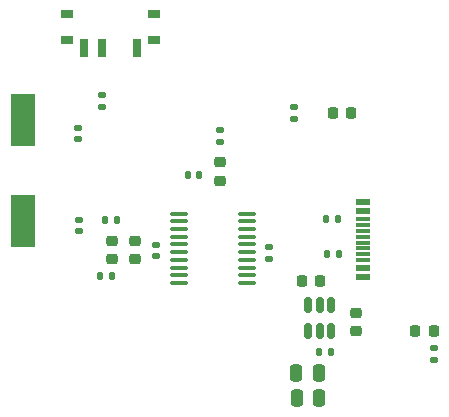
<source format=gbr>
%TF.GenerationSoftware,KiCad,Pcbnew,7.0.5*%
%TF.CreationDate,2023-06-10T20:49:47-07:00*%
%TF.ProjectId,st-breakout,73742d62-7265-4616-9b6f-75742e6b6963,rev?*%
%TF.SameCoordinates,Original*%
%TF.FileFunction,Paste,Top*%
%TF.FilePolarity,Positive*%
%FSLAX46Y46*%
G04 Gerber Fmt 4.6, Leading zero omitted, Abs format (unit mm)*
G04 Created by KiCad (PCBNEW 7.0.5) date 2023-06-10 20:49:47*
%MOMM*%
%LPD*%
G01*
G04 APERTURE LIST*
G04 Aperture macros list*
%AMRoundRect*
0 Rectangle with rounded corners*
0 $1 Rounding radius*
0 $2 $3 $4 $5 $6 $7 $8 $9 X,Y pos of 4 corners*
0 Add a 4 corners polygon primitive as box body*
4,1,4,$2,$3,$4,$5,$6,$7,$8,$9,$2,$3,0*
0 Add four circle primitives for the rounded corners*
1,1,$1+$1,$2,$3*
1,1,$1+$1,$4,$5*
1,1,$1+$1,$6,$7*
1,1,$1+$1,$8,$9*
0 Add four rect primitives between the rounded corners*
20,1,$1+$1,$2,$3,$4,$5,0*
20,1,$1+$1,$4,$5,$6,$7,0*
20,1,$1+$1,$6,$7,$8,$9,0*
20,1,$1+$1,$8,$9,$2,$3,0*%
G04 Aperture macros list end*
%ADD10R,1.000000X0.800000*%
%ADD11R,0.700000X1.500000*%
%ADD12R,1.150000X0.600000*%
%ADD13R,1.150000X0.300000*%
%ADD14RoundRect,0.135000X-0.135000X-0.185000X0.135000X-0.185000X0.135000X0.185000X-0.135000X0.185000X0*%
%ADD15RoundRect,0.225000X0.225000X0.250000X-0.225000X0.250000X-0.225000X-0.250000X0.225000X-0.250000X0*%
%ADD16RoundRect,0.140000X0.170000X-0.140000X0.170000X0.140000X-0.170000X0.140000X-0.170000X-0.140000X0*%
%ADD17RoundRect,0.218750X0.256250X-0.218750X0.256250X0.218750X-0.256250X0.218750X-0.256250X-0.218750X0*%
%ADD18R,2.000000X4.500000*%
%ADD19RoundRect,0.140000X-0.170000X0.140000X-0.170000X-0.140000X0.170000X-0.140000X0.170000X0.140000X0*%
%ADD20RoundRect,0.135000X0.185000X-0.135000X0.185000X0.135000X-0.185000X0.135000X-0.185000X-0.135000X0*%
%ADD21RoundRect,0.140000X-0.140000X-0.170000X0.140000X-0.170000X0.140000X0.170000X-0.140000X0.170000X0*%
%ADD22RoundRect,0.140000X0.140000X0.170000X-0.140000X0.170000X-0.140000X-0.170000X0.140000X-0.170000X0*%
%ADD23RoundRect,0.218750X0.218750X0.256250X-0.218750X0.256250X-0.218750X-0.256250X0.218750X-0.256250X0*%
%ADD24RoundRect,0.225000X-0.250000X0.225000X-0.250000X-0.225000X0.250000X-0.225000X0.250000X0.225000X0*%
%ADD25RoundRect,0.135000X0.135000X0.185000X-0.135000X0.185000X-0.135000X-0.185000X0.135000X-0.185000X0*%
%ADD26RoundRect,0.250000X0.250000X0.475000X-0.250000X0.475000X-0.250000X-0.475000X0.250000X-0.475000X0*%
%ADD27RoundRect,0.100000X-0.637500X-0.100000X0.637500X-0.100000X0.637500X0.100000X-0.637500X0.100000X0*%
%ADD28RoundRect,0.150000X-0.150000X0.512500X-0.150000X-0.512500X0.150000X-0.512500X0.150000X0.512500X0*%
%ADD29RoundRect,0.218750X-0.256250X0.218750X-0.256250X-0.218750X0.256250X-0.218750X0.256250X0.218750X0*%
%ADD30RoundRect,0.135000X-0.185000X0.135000X-0.185000X-0.135000X0.185000X-0.135000X0.185000X0.135000X0*%
%ADD31RoundRect,0.225000X-0.225000X-0.250000X0.225000X-0.250000X0.225000X0.250000X-0.225000X0.250000X0*%
G04 APERTURE END LIST*
D10*
%TO.C,SW1*%
X131400000Y-77610000D03*
X131400000Y-75400000D03*
X124100000Y-77610000D03*
X124100000Y-75400000D03*
D11*
X130000000Y-78260000D03*
X127000000Y-78260000D03*
X125500000Y-78260000D03*
%TD*%
D12*
%TO.C,J5*%
X149145000Y-97700000D03*
X149145000Y-91300000D03*
X149145000Y-96900000D03*
X149145000Y-92100000D03*
D13*
X149145000Y-94250000D03*
X149145000Y-94750000D03*
X149145000Y-93750000D03*
X149145000Y-93250000D03*
X149145000Y-92750000D03*
X149145000Y-95250000D03*
X149145000Y-95750000D03*
X149145000Y-96250000D03*
%TD*%
D14*
%TO.C,R5*%
X146055000Y-95750000D03*
X147075000Y-95750000D03*
%TD*%
D15*
%TO.C,C2*%
X145525000Y-98025000D03*
X143975000Y-98025000D03*
%TD*%
D16*
%TO.C,C11*%
X125000000Y-86000000D03*
X125000000Y-85040000D03*
%TD*%
D17*
%TO.C,L1*%
X148500000Y-102250000D03*
X148500000Y-100675000D03*
%TD*%
D18*
%TO.C,Y1*%
X120300000Y-84400000D03*
X120300000Y-92900000D03*
%TD*%
D19*
%TO.C,C12*%
X125100000Y-92800000D03*
X125100000Y-93760000D03*
%TD*%
D20*
%TO.C,R4*%
X143250000Y-84320000D03*
X143250000Y-83300000D03*
%TD*%
%TO.C,R3*%
X127000000Y-83300000D03*
X127000000Y-82280000D03*
%TD*%
D21*
%TO.C,C7*%
X145440000Y-104000000D03*
X146400000Y-104000000D03*
%TD*%
D22*
%TO.C,C9*%
X127860000Y-97600000D03*
X126900000Y-97600000D03*
%TD*%
D23*
%TO.C,D2*%
X155100000Y-102250000D03*
X153525000Y-102250000D03*
%TD*%
D24*
%TO.C,C5*%
X129800000Y-94600000D03*
X129800000Y-96150000D03*
%TD*%
D25*
%TO.C,R7*%
X128300000Y-92800000D03*
X127280000Y-92800000D03*
%TD*%
D26*
%TO.C,C8*%
X145375000Y-105800000D03*
X143475000Y-105800000D03*
%TD*%
D27*
%TO.C,U2*%
X133575000Y-92310000D03*
X133575000Y-92960000D03*
X133575000Y-93610000D03*
X133575000Y-94260000D03*
X133575000Y-94910000D03*
X133575000Y-95560000D03*
X133575000Y-96210000D03*
X133575000Y-96860000D03*
X133575000Y-97510000D03*
X133575000Y-98160000D03*
X139300000Y-98160000D03*
X139300000Y-97510000D03*
X139300000Y-96860000D03*
X139300000Y-96210000D03*
X139300000Y-95560000D03*
X139300000Y-94910000D03*
X139300000Y-94260000D03*
X139300000Y-93610000D03*
X139300000Y-92960000D03*
X139300000Y-92310000D03*
%TD*%
D20*
%TO.C,R1*%
X137000000Y-86250000D03*
X137000000Y-85230000D03*
%TD*%
D28*
%TO.C,U1*%
X146400000Y-100000000D03*
X145450000Y-100000000D03*
X144500000Y-100000000D03*
X144500000Y-102275000D03*
X145450000Y-102275000D03*
X146400000Y-102275000D03*
%TD*%
D29*
%TO.C,FB1*%
X127879500Y-94600000D03*
X127879500Y-96175000D03*
%TD*%
D30*
%TO.C,R2*%
X155100000Y-103650000D03*
X155100000Y-104670000D03*
%TD*%
D19*
%TO.C,C4*%
X141150000Y-95150000D03*
X141150000Y-96110000D03*
%TD*%
D31*
%TO.C,C3*%
X146550000Y-83800000D03*
X148100000Y-83800000D03*
%TD*%
D22*
%TO.C,C1*%
X135250000Y-89060000D03*
X134290000Y-89060000D03*
%TD*%
D14*
%TO.C,R6*%
X146030000Y-92725000D03*
X147050000Y-92725000D03*
%TD*%
D29*
%TO.C,D1*%
X137000000Y-87925000D03*
X137000000Y-89500000D03*
%TD*%
D19*
%TO.C,C6*%
X131629500Y-94946000D03*
X131629500Y-95906000D03*
%TD*%
D26*
%TO.C,C10*%
X143500000Y-107950000D03*
X145400000Y-107950000D03*
%TD*%
M02*

</source>
